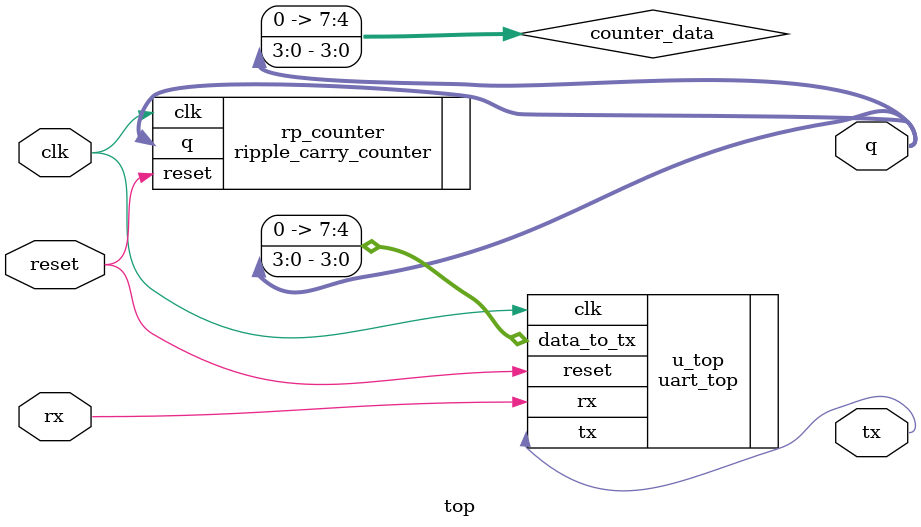
<source format=v>
module top(
	input clk, reset, rx,
	output [3:0] q, 
	output tx
);

wire [7:0] counter_data;
assign counter_data = {4'b0000, q};
uart_top u_top (
	.clk(clk),
	.reset(reset),
	.rx(rx),
	.data_to_tx(counter_data),
	.tx(tx)
);

ripple_carry_counter rp_counter (
	.q(q),
	.clk(clk),
	.reset(reset)
);
endmodule
</source>
